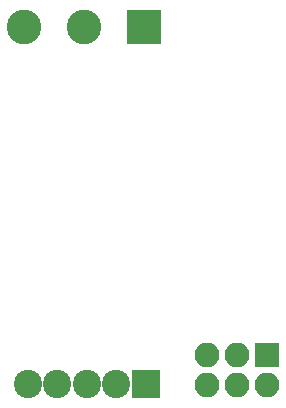
<source format=gbr>
G04 #@! TF.FileFunction,Soldermask,Bot*
%FSLAX46Y46*%
G04 Gerber Fmt 4.6, Leading zero omitted, Abs format (unit mm)*
G04 Created by KiCad (PCBNEW 4.0.2-stable) date 2018-11-15 20:30:23*
%MOMM*%
G01*
G04 APERTURE LIST*
%ADD10C,0.100000*%
%ADD11R,2.400000X2.400000*%
%ADD12C,2.400000*%
%ADD13R,2.100000X2.100000*%
%ADD14O,2.100000X2.100000*%
%ADD15R,2.940000X2.940000*%
%ADD16C,2.940000*%
G04 APERTURE END LIST*
D10*
D11*
X115125500Y-80987900D03*
D12*
X112605500Y-80987900D03*
X110105500Y-80987900D03*
X107605500Y-80987900D03*
X105105500Y-80987900D03*
D13*
X125323600Y-78536800D03*
D14*
X125323600Y-81076800D03*
X122783600Y-78536800D03*
X122783600Y-81076800D03*
X120243600Y-78536800D03*
X120243600Y-81076800D03*
D15*
X114960400Y-50749200D03*
D16*
X109880400Y-50749200D03*
X104800400Y-50749200D03*
M02*

</source>
